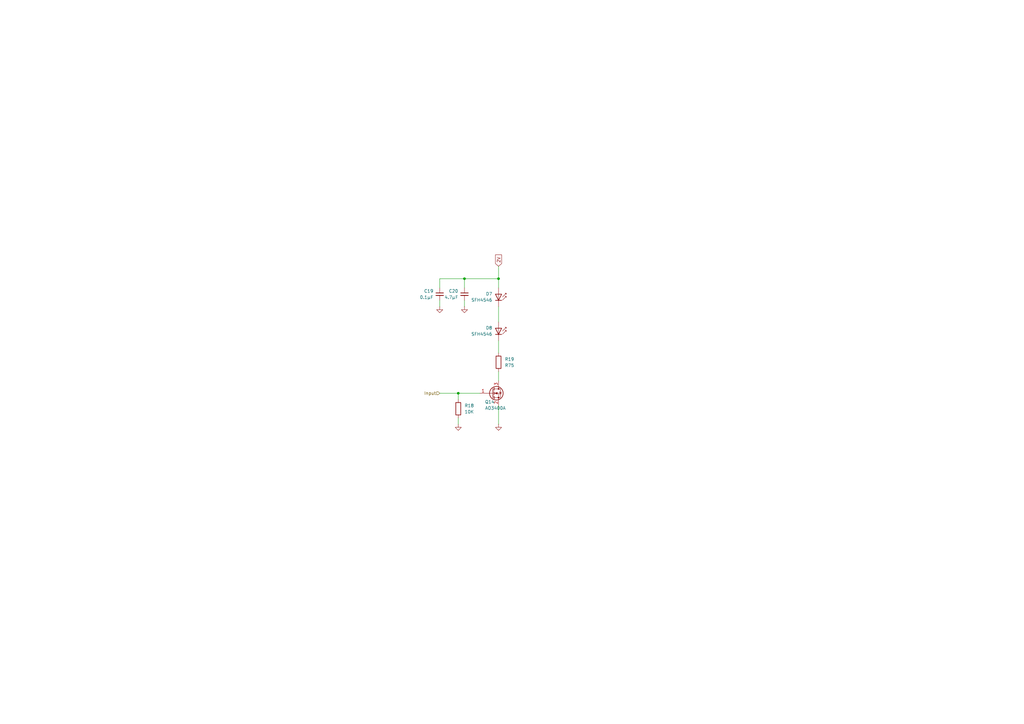
<source format=kicad_sch>
(kicad_sch (version 20250114) (generator "eeschema") (generator_version "9.0")
  (paper "A3")
  (title_block (title "Rabosa_Bot") (rev "1.0") (company "XorvaLabs"))
  (lib_symbols
    (symbol "Device:C_Small" (pin_numbers (hide yes)) (pin_names (offset 0.254) (hide yes))
      (property "Reference" "C" (at 0.254 1.778 0))
      (property "Value" "C_Small" (at 0.254 -2.032 0))
      (symbol "C_Small_0_1"
        (polyline (pts (xy -1.524 0.508) (xy 1.524 0.508)) (stroke (width 0.3048)))
        (polyline (pts (xy -1.524 -0.508) (xy 1.524 -0.508)) (stroke (width 0.3302)))
      )
      (symbol "C_Small_1_1"
        (pin passive line (at 0 2.54 270) (length 2.032) (name "~") (number "1"))
        (pin passive line (at 0 -2.54 90) (length 2.032) (name "~") (number "2"))
      )
    )
    (symbol "Device:R" (pin_numbers (hide yes)) (pin_names (offset 0))
      (property "Reference" "R" (at 2.032 0 90))
      (property "Value" "R" (at 0 0 90))
      (symbol "R_0_1"
        (rectangle (start -1.016 -2.54) (end 1.016 2.54) (stroke (width 0.254)))
      )
      (symbol "R_1_1"
        (pin passive line (at 0 3.81 270) (length 1.27) (name "~") (number "1"))
        (pin passive line (at 0 -3.81 90) (length 1.27) (name "~") (number "2"))
      )
    )
    (symbol "LED:SFH4546" (pin_numbers (hide yes)) (pin_names (offset 1.016) (hide yes))
      (property "Reference" "D" (at 0.508 1.778 0))
      (property "Value" "SFH4546" (at -1.016 -2.794 0))
      (symbol "SFH4546_0_1"
        (polyline (pts (xy -2.54 1.27) (xy -2.54 -1.27)) (stroke (width 0.254)))
        (polyline (pts (xy -2.413 1.651) (xy -0.889 3.175) (xy -0.889 2.667) (xy -0.889 3.175) (xy -1.397 3.175)))
        (polyline (pts (xy -1.143 1.651) (xy 0.381 3.175) (xy 0.381 2.667)))
        (polyline (pts (xy 0 0) (xy -2.54 0)))
        (polyline (pts (xy 0 -1.27) (xy -2.54 0) (xy 0 1.27) (xy 0 -1.27)) (stroke (width 0.254)))
        (polyline (pts (xy 0.381 3.175) (xy -0.127 3.175)))
      )
      (symbol "SFH4546_1_1"
        (pin passive line (at -5.08 0 0) (length 2.54) (name "K") (number "1"))
        (pin passive line (at 2.54 0 180) (length 2.54) (name "A") (number "2"))
      )
    )
    (symbol "Transistor_FET:AO3400A" (pin_names (hide yes))
      (property "Reference" "Q" (at 5.08 1.905 0))
      (property "Value" "AO3400A" (at 5.08 0 0))
      (symbol "AO3400A_0_1"
        (polyline (pts (xy 0.254 1.905) (xy 0.254 -1.905)) (stroke (width 0.254)))
        (polyline (pts (xy 0.254 0) (xy -2.54 0)))
        (polyline (pts (xy 0.762 2.286) (xy 0.762 1.27)) (stroke (width 0.254)))
        (polyline (pts (xy 0.762 0.508) (xy 0.762 -0.508)) (stroke (width 0.254)))
        (polyline (pts (xy 0.762 -1.27) (xy 0.762 -2.286)) (stroke (width 0.254)))
        (polyline (pts (xy 0.762 -1.778) (xy 3.302 -1.778) (xy 3.302 1.778) (xy 0.762 1.778)))
        (polyline (pts (xy 1.016 0) (xy 2.032 0.381) (xy 2.032 -0.381) (xy 1.016 0)) (fill (type outline)))
        (circle (center 1.651 0) (radius 2.794) (stroke (width 0.254)))
        (polyline (pts (xy 2.54 2.54) (xy 2.54 1.778)))
        (circle (center 2.54 1.778) (radius 0.254) (fill (type outline)))
        (circle (center 2.54 -1.778) (radius 0.254) (fill (type outline)))
        (polyline (pts (xy 2.54 -2.54) (xy 2.54 0) (xy 0.762 0)))
        (polyline (pts (xy 2.794 0.508) (xy 2.921 0.381) (xy 3.683 0.381) (xy 3.81 0.254)))
        (polyline (pts (xy 3.302 0.381) (xy 2.921 -0.254) (xy 3.683 -0.254) (xy 3.302 0.381)))
      )
      (symbol "AO3400A_1_1"
        (pin input line (at -5.08 0 0) (length 2.54) (name "G") (number "1"))
        (pin passive line (at 2.54 5.08 270) (length 2.54) (name "D") (number "3"))
        (pin passive line (at 2.54 -5.08 90) (length 2.54) (name "S") (number "2"))
      )
    )
    (symbol "power:GND" (power) (pin_numbers (hide yes)) (pin_names (offset 0) (hide yes))
      (property "Value" "GND" (at 0 -3.81 0))
      (symbol "GND_0_1"
        (polyline (pts (xy 0 0) (xy 0 -1.27) (xy 1.27 -1.27) (xy 0 -2.54) (xy -1.27 -1.27) (xy 0 -1.27)))
      )
      (symbol "GND_1_1"
        (pin power_in line (at 0 0 270) (length 0) (name "~") (number "1"))
      )
    )
  )
  (junction (at 190.5 114.3))
  (junction (at 187.96 161.29))
  (junction (at 204.47 114.3))
  (wire (pts (xy 190.5 114.3) (xy 190.5 118.11)))
  (wire (pts (xy 187.96 171.45) (xy 187.96 173.99)))
  (wire (pts (xy 204.47 166.37) (xy 204.47 173.99)))
  (wire (pts (xy 187.96 161.29) (xy 187.96 163.83)))
  (wire (pts (xy 204.47 114.3) (xy 204.47 118.11)))
  (wire (pts (xy 204.47 114.3) (xy 190.5 114.3)))
  (wire (pts (xy 190.5 125.73) (xy 190.5 123.19)))
  (wire (pts (xy 180.34 123.19) (xy 180.34 125.73)))
  (wire (pts (xy 204.47 139.7) (xy 204.47 144.78)))
  (wire (pts (xy 187.96 161.29) (xy 196.85 161.29)))
  (wire (pts (xy 180.34 118.11) (xy 180.34 114.3)))
  (wire (pts (xy 180.34 161.29) (xy 187.96 161.29)))
  (wire (pts (xy 204.47 125.73) (xy 204.47 132.08)))
  (wire (pts (xy 204.47 152.4) (xy 204.47 156.21)))
  (wire (pts (xy 204.47 109.22) (xy 204.47 114.3)))
  (wire (pts (xy 190.5 114.3) (xy 180.34 114.3)))
  (global_label "2V" (shape input) (at 204.47 109.22 90) (property "Intersheetrefs" "${INTERSHEET_REFS}" (effects (hide yes))))
  (hierarchical_label "Input" (shape input) (at 180.34 161.29 180))
  (symbol (lib_id "LED:SFH4546") (at 204.47 134.62 270) (mirror x) (unit 1)
    (property "Reference" "D8" (at 201.93 134.4929 90) (effects (justify right)))
    (property "Value" "SFH4546" (at 201.93 137.0329 90) (effects (justify right)))
    (property "Footprint" "LED_THT:LED_D5.0mm_IRGrey" (effects (hide yes)))
    (property "Datasheet" "http://www.osram-os.com/Graphics/XPic1/00101982_0.pdf" (effects (hide yes)))
    (property "Description" "High-Power IR LED 940nm" (effects (hide yes)))
  )
  (symbol (lib_id "LED:SFH4546") (at 204.47 120.65 270) (mirror x) (unit 1)
    (property "Reference" "D7" (at 201.93 120.5229 90) (effects (justify right)))
    (property "Value" "SFH4546" (at 201.93 123.0629 90) (effects (justify right)))
    (property "Footprint" "LED_THT:LED_D5.0mm_IRGrey" (effects (hide yes)))
    (property "Datasheet" "http://www.osram-os.com/Graphics/XPic1/00101982_0.pdf" (effects (hide yes)))
    (property "Description" "High-Power IR LED 940nm" (effects (hide yes)))
  )
  (symbol (lib_id "power:GND") (at 180.34 125.73 0) (unit 1)
    (property "Reference" "#PWR021" (effects (hide yes)))
    (property "Value" "GND" (effects (hide yes)))
    (property "Description" "Power symbol creates a global label with name \"GND\" , ground" (effects (hide yes)))
  )
  (symbol (lib_id "power:GND") (at 187.96 173.99 0) (unit 1)
    (property "Reference" "#PWR022" (effects (hide yes)))
    (property "Value" "GND" (effects (hide yes)))
    (property "Description" "Power symbol creates a global label with name \"GND\" , ground" (effects (hide yes)))
  )
  (symbol (lib_id "power:GND") (at 204.47 173.99 0) (unit 1)
    (property "Reference" "#PWR024" (effects (hide yes)))
    (property "Value" "GND" (effects (hide yes)))
    (property "Description" "Power symbol creates a global label with name \"GND\" , ground" (effects (hide yes)))
  )
  (symbol (lib_id "Device:R") (at 187.96 167.64 0) (unit 1)
    (property "Reference" "R18" (at 190.5 166.3699 0) (effects (justify left)))
    (property "Value" "10K" (at 190.5 168.9099 0) (effects (justify left)))
    (property "Footprint" "Resistor_SMD:R_0201_0603Metric" (effects (hide yes)))
    (property "Description" "Resistor" (effects (hide yes)))
  )
  (symbol (lib_id "Transistor_FET:AO3400A") (at 201.93 161.29 0) (unit 1)
    (property "Reference" "Q14" (at 198.882 164.846 0) (effects (justify left)))
    (property "Value" "AO3400A" (at 198.882 167.386 0) (effects (justify left)))
    (property "Footprint" "Package_TO_SOT_SMD:SOT-23" (effects (hide yes)))
    (property "Datasheet" "http://www.aosmd.com/pdfs/datasheet/AO3400A.pdf" (effects (hide yes)))
    (property "Description" "30V Vds, 5.7A Id, N-Channel MOSFET, SOT-23" (effects (hide yes)))
    (property "Link compra" "https://www.digikey.es/es/products/detail/alpha-omega-semiconductor-inc/AO3400A/1855772" (effects (hide yes)))
  )
  (symbol (lib_id "Device:C_Small") (at 180.34 120.65 0) (mirror y) (unit 1)
    (property "Reference" "C19" (at 177.8 119.3862 0) (effects (justify left)))
    (property "Value" "0.1µF" (at 177.8 121.9262 0) (effects (justify left)))
    (property "Footprint" "Capacitor_SMD:C_0201_0603Metric" (effects (hide yes)))
    (property "Description" "Unpolarized capacitor, small symbol" (effects (hide yes)))
  )
  (symbol (lib_id "Device:C_Small") (at 190.5 120.65 0) (mirror y) (unit 1)
    (property "Reference" "C20" (at 187.96 119.3862 0) (effects (justify left)))
    (property "Value" "4.7µF" (at 187.96 121.9262 0) (effects (justify left)))
    (property "Footprint" "Capacitor_SMD:C_0201_0603Metric" (effects (hide yes)))
    (property "Description" "Unpolarized capacitor, small symbol" (effects (hide yes)))
  )
  (symbol (lib_id "power:GND") (at 190.5 125.73 0) (unit 1)
    (property "Reference" "#PWR023" (effects (hide yes)))
    (property "Value" "GND" (effects (hide yes)))
    (property "Description" "Power symbol creates a global label with name \"GND\" , ground" (effects (hide yes)))
  )
  (symbol (lib_id "Device:R") (at 204.47 148.59 0) (unit 1)
    (property "Reference" "R19" (at 207.01 147.3199 0) (effects (justify left)))
    (property "Value" "R75" (at 207.01 149.8599 0) (effects (justify left)))
    (property "Footprint" "Resistor_SMD:R_0201_0603Metric" (effects (hide yes)))
    (property "Description" "Resistor" (effects (hide yes)))
  )
)
</source>
